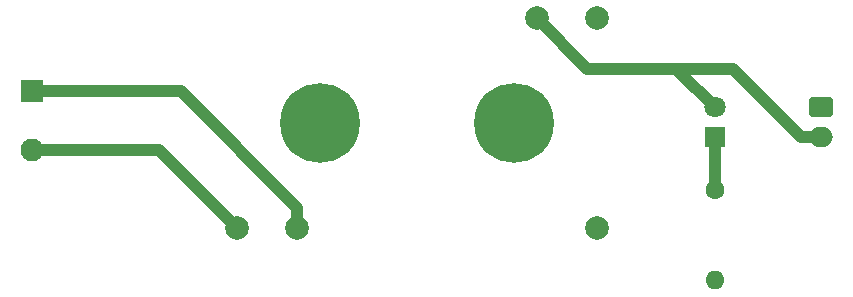
<source format=gtl>
G04 #@! TF.GenerationSoftware,KiCad,Pcbnew,(6.0.9)*
G04 #@! TF.CreationDate,2022-11-27T02:50:24+01:00*
G04 #@! TF.ProjectId,ll-irm-psu-board,6c6c2d69-726d-42d7-9073-752d626f6172,0.1*
G04 #@! TF.SameCoordinates,Original*
G04 #@! TF.FileFunction,Copper,L1,Top*
G04 #@! TF.FilePolarity,Positive*
%FSLAX46Y46*%
G04 Gerber Fmt 4.6, Leading zero omitted, Abs format (unit mm)*
G04 Created by KiCad (PCBNEW (6.0.9)) date 2022-11-27 02:50:24*
%MOMM*%
%LPD*%
G01*
G04 APERTURE LIST*
G04 Aperture macros list*
%AMRoundRect*
0 Rectangle with rounded corners*
0 $1 Rounding radius*
0 $2 $3 $4 $5 $6 $7 $8 $9 X,Y pos of 4 corners*
0 Add a 4 corners polygon primitive as box body*
4,1,4,$2,$3,$4,$5,$6,$7,$8,$9,$2,$3,0*
0 Add four circle primitives for the rounded corners*
1,1,$1+$1,$2,$3*
1,1,$1+$1,$4,$5*
1,1,$1+$1,$6,$7*
1,1,$1+$1,$8,$9*
0 Add four rect primitives between the rounded corners*
20,1,$1+$1,$2,$3,$4,$5,0*
20,1,$1+$1,$4,$5,$6,$7,0*
20,1,$1+$1,$6,$7,$8,$9,0*
20,1,$1+$1,$8,$9,$2,$3,0*%
G04 Aperture macros list end*
G04 #@! TA.AperFunction,ComponentPad*
%ADD10RoundRect,0.250000X-0.750000X0.600000X-0.750000X-0.600000X0.750000X-0.600000X0.750000X0.600000X0*%
G04 #@! TD*
G04 #@! TA.AperFunction,ComponentPad*
%ADD11O,2.000000X1.700000*%
G04 #@! TD*
G04 #@! TA.AperFunction,ComponentPad*
%ADD12R,1.800000X1.800000*%
G04 #@! TD*
G04 #@! TA.AperFunction,ComponentPad*
%ADD13C,1.800000*%
G04 #@! TD*
G04 #@! TA.AperFunction,ComponentPad*
%ADD14C,6.750000*%
G04 #@! TD*
G04 #@! TA.AperFunction,ComponentPad*
%ADD15C,2.000000*%
G04 #@! TD*
G04 #@! TA.AperFunction,ComponentPad*
%ADD16R,1.950000X1.950000*%
G04 #@! TD*
G04 #@! TA.AperFunction,ComponentPad*
%ADD17C,1.950000*%
G04 #@! TD*
G04 #@! TA.AperFunction,ComponentPad*
%ADD18C,1.600000*%
G04 #@! TD*
G04 #@! TA.AperFunction,ComponentPad*
%ADD19O,1.600000X1.600000*%
G04 #@! TD*
G04 #@! TA.AperFunction,Conductor*
%ADD20C,1.000000*%
G04 #@! TD*
G04 APERTURE END LIST*
D10*
X135375000Y-60900000D03*
D11*
X135375000Y-63400000D03*
D12*
X126350000Y-63425000D03*
D13*
X126350000Y-60885000D03*
D14*
X109370000Y-62250000D03*
X92930000Y-62250000D03*
D15*
X111310000Y-53370000D03*
X116390000Y-53370000D03*
X116390000Y-71150000D03*
X90990000Y-71150000D03*
X85910000Y-71150000D03*
D16*
X68550000Y-59550000D03*
D17*
X68550000Y-64550000D03*
D18*
X126350000Y-67940000D03*
D19*
X126350000Y-75560000D03*
D20*
X68550000Y-59550000D02*
X81150000Y-59550000D01*
X81150000Y-59550000D02*
X90990000Y-69390000D01*
X90990000Y-69390000D02*
X90990000Y-71150000D01*
X68550000Y-64550000D02*
X79350000Y-64550000D01*
X79350000Y-64550000D02*
X85910000Y-71110000D01*
X85910000Y-71110000D02*
X85910000Y-71150000D01*
X126350000Y-67940000D02*
X126350000Y-63425000D01*
X123250000Y-57650000D02*
X123250000Y-57785000D01*
X133675000Y-63400000D02*
X135375000Y-63400000D01*
X123250000Y-57650000D02*
X127925000Y-57650000D01*
X115590000Y-57650000D02*
X123250000Y-57650000D01*
X123250000Y-57785000D02*
X126350000Y-60885000D01*
X111310000Y-53370000D02*
X115590000Y-57650000D01*
X127925000Y-57650000D02*
X133675000Y-63400000D01*
M02*

</source>
